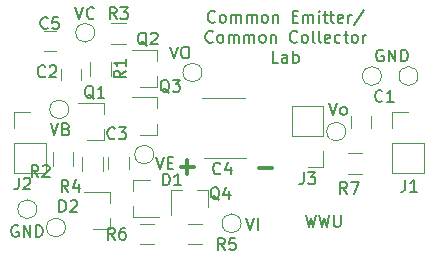
<source format=gbr>
G04 #@! TF.GenerationSoftware,KiCad,Pcbnew,5.0-dev-unknown-997d4de~62~ubuntu17.10.1*
G04 #@! TF.CreationDate,2018-02-23T16:35:03-08:00*
G04 #@! TF.ProjectId,Daughter_Board,44617567687465725F426F6172642E6B,0.1*
G04 #@! TF.SameCoordinates,Original*
G04 #@! TF.FileFunction,Legend,Top*
G04 #@! TF.FilePolarity,Positive*
%FSLAX46Y46*%
G04 Gerber Fmt 4.6, Leading zero omitted, Abs format (unit mm)*
G04 Created by KiCad (PCBNEW 5.0-dev-unknown-997d4de~62~ubuntu17.10.1) date Fri Feb 23 16:35:03 2018*
%MOMM*%
%LPD*%
G01*
G04 APERTURE LIST*
%ADD10C,0.300000*%
%ADD11C,0.200000*%
%ADD12C,0.120000*%
%ADD13C,0.150000*%
G04 APERTURE END LIST*
D10*
X107853571Y-94407142D02*
X108996428Y-94407142D01*
X101253571Y-94332142D02*
X102396428Y-94332142D01*
X101825000Y-94903571D02*
X101825000Y-93760714D01*
D11*
X111851190Y-98377380D02*
X112089285Y-99377380D01*
X112279761Y-98663095D01*
X112470238Y-99377380D01*
X112708333Y-98377380D01*
X112994047Y-98377380D02*
X113232142Y-99377380D01*
X113422619Y-98663095D01*
X113613095Y-99377380D01*
X113851190Y-98377380D01*
X114232142Y-98377380D02*
X114232142Y-99186904D01*
X114279761Y-99282142D01*
X114327380Y-99329761D01*
X114422619Y-99377380D01*
X114613095Y-99377380D01*
X114708333Y-99329761D01*
X114755952Y-99282142D01*
X114803571Y-99186904D01*
X114803571Y-98377380D01*
X104172619Y-82007142D02*
X104125000Y-82054761D01*
X103982142Y-82102380D01*
X103886904Y-82102380D01*
X103744047Y-82054761D01*
X103648809Y-81959523D01*
X103601190Y-81864285D01*
X103553571Y-81673809D01*
X103553571Y-81530952D01*
X103601190Y-81340476D01*
X103648809Y-81245238D01*
X103744047Y-81150000D01*
X103886904Y-81102380D01*
X103982142Y-81102380D01*
X104125000Y-81150000D01*
X104172619Y-81197619D01*
X104744047Y-82102380D02*
X104648809Y-82054761D01*
X104601190Y-82007142D01*
X104553571Y-81911904D01*
X104553571Y-81626190D01*
X104601190Y-81530952D01*
X104648809Y-81483333D01*
X104744047Y-81435714D01*
X104886904Y-81435714D01*
X104982142Y-81483333D01*
X105029761Y-81530952D01*
X105077380Y-81626190D01*
X105077380Y-81911904D01*
X105029761Y-82007142D01*
X104982142Y-82054761D01*
X104886904Y-82102380D01*
X104744047Y-82102380D01*
X105505952Y-82102380D02*
X105505952Y-81435714D01*
X105505952Y-81530952D02*
X105553571Y-81483333D01*
X105648809Y-81435714D01*
X105791666Y-81435714D01*
X105886904Y-81483333D01*
X105934523Y-81578571D01*
X105934523Y-82102380D01*
X105934523Y-81578571D02*
X105982142Y-81483333D01*
X106077380Y-81435714D01*
X106220238Y-81435714D01*
X106315476Y-81483333D01*
X106363095Y-81578571D01*
X106363095Y-82102380D01*
X106839285Y-82102380D02*
X106839285Y-81435714D01*
X106839285Y-81530952D02*
X106886904Y-81483333D01*
X106982142Y-81435714D01*
X107125000Y-81435714D01*
X107220238Y-81483333D01*
X107267857Y-81578571D01*
X107267857Y-82102380D01*
X107267857Y-81578571D02*
X107315476Y-81483333D01*
X107410714Y-81435714D01*
X107553571Y-81435714D01*
X107648809Y-81483333D01*
X107696428Y-81578571D01*
X107696428Y-82102380D01*
X108315476Y-82102380D02*
X108220238Y-82054761D01*
X108172619Y-82007142D01*
X108125000Y-81911904D01*
X108125000Y-81626190D01*
X108172619Y-81530952D01*
X108220238Y-81483333D01*
X108315476Y-81435714D01*
X108458333Y-81435714D01*
X108553571Y-81483333D01*
X108601190Y-81530952D01*
X108648809Y-81626190D01*
X108648809Y-81911904D01*
X108601190Y-82007142D01*
X108553571Y-82054761D01*
X108458333Y-82102380D01*
X108315476Y-82102380D01*
X109077380Y-81435714D02*
X109077380Y-82102380D01*
X109077380Y-81530952D02*
X109125000Y-81483333D01*
X109220238Y-81435714D01*
X109363095Y-81435714D01*
X109458333Y-81483333D01*
X109505952Y-81578571D01*
X109505952Y-82102380D01*
X110744047Y-81578571D02*
X111077380Y-81578571D01*
X111220238Y-82102380D02*
X110744047Y-82102380D01*
X110744047Y-81102380D01*
X111220238Y-81102380D01*
X111648809Y-82102380D02*
X111648809Y-81435714D01*
X111648809Y-81530952D02*
X111696428Y-81483333D01*
X111791666Y-81435714D01*
X111934523Y-81435714D01*
X112029761Y-81483333D01*
X112077380Y-81578571D01*
X112077380Y-82102380D01*
X112077380Y-81578571D02*
X112125000Y-81483333D01*
X112220238Y-81435714D01*
X112363095Y-81435714D01*
X112458333Y-81483333D01*
X112505952Y-81578571D01*
X112505952Y-82102380D01*
X112982142Y-82102380D02*
X112982142Y-81435714D01*
X112982142Y-81102380D02*
X112934523Y-81150000D01*
X112982142Y-81197619D01*
X113029761Y-81150000D01*
X112982142Y-81102380D01*
X112982142Y-81197619D01*
X113315476Y-81435714D02*
X113696428Y-81435714D01*
X113458333Y-81102380D02*
X113458333Y-81959523D01*
X113505952Y-82054761D01*
X113601190Y-82102380D01*
X113696428Y-82102380D01*
X113886904Y-81435714D02*
X114267857Y-81435714D01*
X114029761Y-81102380D02*
X114029761Y-81959523D01*
X114077380Y-82054761D01*
X114172619Y-82102380D01*
X114267857Y-82102380D01*
X114982142Y-82054761D02*
X114886904Y-82102380D01*
X114696428Y-82102380D01*
X114601190Y-82054761D01*
X114553571Y-81959523D01*
X114553571Y-81578571D01*
X114601190Y-81483333D01*
X114696428Y-81435714D01*
X114886904Y-81435714D01*
X114982142Y-81483333D01*
X115029761Y-81578571D01*
X115029761Y-81673809D01*
X114553571Y-81769047D01*
X115458333Y-82102380D02*
X115458333Y-81435714D01*
X115458333Y-81626190D02*
X115505952Y-81530952D01*
X115553571Y-81483333D01*
X115648809Y-81435714D01*
X115744047Y-81435714D01*
X116791666Y-81054761D02*
X115934523Y-82340476D01*
X103982142Y-83707142D02*
X103934523Y-83754761D01*
X103791666Y-83802380D01*
X103696428Y-83802380D01*
X103553571Y-83754761D01*
X103458333Y-83659523D01*
X103410714Y-83564285D01*
X103363095Y-83373809D01*
X103363095Y-83230952D01*
X103410714Y-83040476D01*
X103458333Y-82945238D01*
X103553571Y-82850000D01*
X103696428Y-82802380D01*
X103791666Y-82802380D01*
X103934523Y-82850000D01*
X103982142Y-82897619D01*
X104553571Y-83802380D02*
X104458333Y-83754761D01*
X104410714Y-83707142D01*
X104363095Y-83611904D01*
X104363095Y-83326190D01*
X104410714Y-83230952D01*
X104458333Y-83183333D01*
X104553571Y-83135714D01*
X104696428Y-83135714D01*
X104791666Y-83183333D01*
X104839285Y-83230952D01*
X104886904Y-83326190D01*
X104886904Y-83611904D01*
X104839285Y-83707142D01*
X104791666Y-83754761D01*
X104696428Y-83802380D01*
X104553571Y-83802380D01*
X105315476Y-83802380D02*
X105315476Y-83135714D01*
X105315476Y-83230952D02*
X105363095Y-83183333D01*
X105458333Y-83135714D01*
X105601190Y-83135714D01*
X105696428Y-83183333D01*
X105744047Y-83278571D01*
X105744047Y-83802380D01*
X105744047Y-83278571D02*
X105791666Y-83183333D01*
X105886904Y-83135714D01*
X106029761Y-83135714D01*
X106125000Y-83183333D01*
X106172619Y-83278571D01*
X106172619Y-83802380D01*
X106648809Y-83802380D02*
X106648809Y-83135714D01*
X106648809Y-83230952D02*
X106696428Y-83183333D01*
X106791666Y-83135714D01*
X106934523Y-83135714D01*
X107029761Y-83183333D01*
X107077380Y-83278571D01*
X107077380Y-83802380D01*
X107077380Y-83278571D02*
X107125000Y-83183333D01*
X107220238Y-83135714D01*
X107363095Y-83135714D01*
X107458333Y-83183333D01*
X107505952Y-83278571D01*
X107505952Y-83802380D01*
X108125000Y-83802380D02*
X108029761Y-83754761D01*
X107982142Y-83707142D01*
X107934523Y-83611904D01*
X107934523Y-83326190D01*
X107982142Y-83230952D01*
X108029761Y-83183333D01*
X108125000Y-83135714D01*
X108267857Y-83135714D01*
X108363095Y-83183333D01*
X108410714Y-83230952D01*
X108458333Y-83326190D01*
X108458333Y-83611904D01*
X108410714Y-83707142D01*
X108363095Y-83754761D01*
X108267857Y-83802380D01*
X108125000Y-83802380D01*
X108886904Y-83135714D02*
X108886904Y-83802380D01*
X108886904Y-83230952D02*
X108934523Y-83183333D01*
X109029761Y-83135714D01*
X109172619Y-83135714D01*
X109267857Y-83183333D01*
X109315476Y-83278571D01*
X109315476Y-83802380D01*
X111125000Y-83707142D02*
X111077380Y-83754761D01*
X110934523Y-83802380D01*
X110839285Y-83802380D01*
X110696428Y-83754761D01*
X110601190Y-83659523D01*
X110553571Y-83564285D01*
X110505952Y-83373809D01*
X110505952Y-83230952D01*
X110553571Y-83040476D01*
X110601190Y-82945238D01*
X110696428Y-82850000D01*
X110839285Y-82802380D01*
X110934523Y-82802380D01*
X111077380Y-82850000D01*
X111125000Y-82897619D01*
X111696428Y-83802380D02*
X111601190Y-83754761D01*
X111553571Y-83707142D01*
X111505952Y-83611904D01*
X111505952Y-83326190D01*
X111553571Y-83230952D01*
X111601190Y-83183333D01*
X111696428Y-83135714D01*
X111839285Y-83135714D01*
X111934523Y-83183333D01*
X111982142Y-83230952D01*
X112029761Y-83326190D01*
X112029761Y-83611904D01*
X111982142Y-83707142D01*
X111934523Y-83754761D01*
X111839285Y-83802380D01*
X111696428Y-83802380D01*
X112601190Y-83802380D02*
X112505952Y-83754761D01*
X112458333Y-83659523D01*
X112458333Y-82802380D01*
X113125000Y-83802380D02*
X113029761Y-83754761D01*
X112982142Y-83659523D01*
X112982142Y-82802380D01*
X113886904Y-83754761D02*
X113791666Y-83802380D01*
X113601190Y-83802380D01*
X113505952Y-83754761D01*
X113458333Y-83659523D01*
X113458333Y-83278571D01*
X113505952Y-83183333D01*
X113601190Y-83135714D01*
X113791666Y-83135714D01*
X113886904Y-83183333D01*
X113934523Y-83278571D01*
X113934523Y-83373809D01*
X113458333Y-83469047D01*
X114791666Y-83754761D02*
X114696428Y-83802380D01*
X114505952Y-83802380D01*
X114410714Y-83754761D01*
X114363095Y-83707142D01*
X114315476Y-83611904D01*
X114315476Y-83326190D01*
X114363095Y-83230952D01*
X114410714Y-83183333D01*
X114505952Y-83135714D01*
X114696428Y-83135714D01*
X114791666Y-83183333D01*
X115077380Y-83135714D02*
X115458333Y-83135714D01*
X115220238Y-82802380D02*
X115220238Y-83659523D01*
X115267857Y-83754761D01*
X115363095Y-83802380D01*
X115458333Y-83802380D01*
X115934523Y-83802380D02*
X115839285Y-83754761D01*
X115791666Y-83707142D01*
X115744047Y-83611904D01*
X115744047Y-83326190D01*
X115791666Y-83230952D01*
X115839285Y-83183333D01*
X115934523Y-83135714D01*
X116077380Y-83135714D01*
X116172619Y-83183333D01*
X116220238Y-83230952D01*
X116267857Y-83326190D01*
X116267857Y-83611904D01*
X116220238Y-83707142D01*
X116172619Y-83754761D01*
X116077380Y-83802380D01*
X115934523Y-83802380D01*
X116696428Y-83802380D02*
X116696428Y-83135714D01*
X116696428Y-83326190D02*
X116744047Y-83230952D01*
X116791666Y-83183333D01*
X116886904Y-83135714D01*
X116982142Y-83135714D01*
X109529761Y-85502380D02*
X109053571Y-85502380D01*
X109053571Y-84502380D01*
X110291666Y-85502380D02*
X110291666Y-84978571D01*
X110244047Y-84883333D01*
X110148809Y-84835714D01*
X109958333Y-84835714D01*
X109863095Y-84883333D01*
X110291666Y-85454761D02*
X110196428Y-85502380D01*
X109958333Y-85502380D01*
X109863095Y-85454761D01*
X109815476Y-85359523D01*
X109815476Y-85264285D01*
X109863095Y-85169047D01*
X109958333Y-85121428D01*
X110196428Y-85121428D01*
X110291666Y-85073809D01*
X110767857Y-85502380D02*
X110767857Y-84502380D01*
X110767857Y-84883333D02*
X110863095Y-84835714D01*
X111053571Y-84835714D01*
X111148809Y-84883333D01*
X111196428Y-84930952D01*
X111244047Y-85026190D01*
X111244047Y-85311904D01*
X111196428Y-85407142D01*
X111148809Y-85454761D01*
X111053571Y-85502380D01*
X110863095Y-85502380D01*
X110767857Y-85454761D01*
D12*
X103200000Y-93600000D02*
X106800000Y-93600000D01*
X106700000Y-88500000D02*
X103100000Y-88500000D01*
X115650000Y-90000000D02*
X115650000Y-91000000D01*
X117350000Y-91000000D02*
X117350000Y-90000000D01*
X96850000Y-94500000D02*
X96850000Y-93500000D01*
X95150000Y-93500000D02*
X95150000Y-94500000D01*
X97240000Y-95420000D02*
X98700000Y-95420000D01*
X97240000Y-98580000D02*
X99400000Y-98580000D01*
X97240000Y-98580000D02*
X97240000Y-97650000D01*
X97240000Y-95420000D02*
X97240000Y-96350000D01*
X95260000Y-99580000D02*
X95260000Y-98650000D01*
X95260000Y-96420000D02*
X95260000Y-97350000D01*
X95260000Y-96420000D02*
X93100000Y-96420000D01*
X95260000Y-99580000D02*
X93800000Y-99580000D01*
X119170000Y-89670000D02*
X120500000Y-89670000D01*
X119170000Y-91000000D02*
X119170000Y-89670000D01*
X119170000Y-92270000D02*
X121830000Y-92270000D01*
X121830000Y-92270000D02*
X121830000Y-94870000D01*
X119170000Y-92270000D02*
X119170000Y-94870000D01*
X119170000Y-94870000D02*
X121830000Y-94870000D01*
X87170000Y-89670000D02*
X88500000Y-89670000D01*
X87170000Y-91000000D02*
X87170000Y-89670000D01*
X87170000Y-92270000D02*
X89830000Y-92270000D01*
X89830000Y-92270000D02*
X89830000Y-94870000D01*
X87170000Y-92270000D02*
X87170000Y-94870000D01*
X87170000Y-94870000D02*
X89830000Y-94870000D01*
X113330000Y-89130000D02*
X110670000Y-89130000D01*
X113330000Y-91730000D02*
X113330000Y-89130000D01*
X110670000Y-91730000D02*
X110670000Y-89130000D01*
X113330000Y-91730000D02*
X110670000Y-91730000D01*
X113330000Y-93000000D02*
X113330000Y-94330000D01*
X113330000Y-94330000D02*
X112000000Y-94330000D01*
X94760000Y-92080000D02*
X94760000Y-91150000D01*
X94760000Y-88920000D02*
X94760000Y-89850000D01*
X94760000Y-88920000D02*
X92600000Y-88920000D01*
X94760000Y-92080000D02*
X93300000Y-92080000D01*
X99260000Y-87580000D02*
X97800000Y-87580000D01*
X99260000Y-84420000D02*
X97100000Y-84420000D01*
X99260000Y-84420000D02*
X99260000Y-85350000D01*
X99260000Y-87580000D02*
X99260000Y-86650000D01*
X99260000Y-91580000D02*
X99260000Y-90650000D01*
X99260000Y-88420000D02*
X99260000Y-89350000D01*
X99260000Y-88420000D02*
X97100000Y-88420000D01*
X99260000Y-91580000D02*
X97800000Y-91580000D01*
X103580000Y-96240000D02*
X103580000Y-97700000D01*
X100420000Y-96240000D02*
X100420000Y-98400000D01*
X100420000Y-96240000D02*
X101350000Y-96240000D01*
X103580000Y-96240000D02*
X102650000Y-96240000D01*
X95380000Y-85400000D02*
X95380000Y-86600000D01*
X93620000Y-86600000D02*
X93620000Y-85400000D01*
X90420000Y-94225000D02*
X90420000Y-93025000D01*
X92180000Y-93025000D02*
X92180000Y-94225000D01*
X95400000Y-82120000D02*
X96600000Y-82120000D01*
X96600000Y-83880000D02*
X95400000Y-83880000D01*
X92945000Y-94700000D02*
X92945000Y-93500000D01*
X94705000Y-93500000D02*
X94705000Y-94700000D01*
X103100000Y-100880000D02*
X101900000Y-100880000D01*
X101900000Y-99120000D02*
X103100000Y-99120000D01*
X97825000Y-99120000D02*
X99025000Y-99120000D01*
X99025000Y-100880000D02*
X97825000Y-100880000D01*
X115400000Y-93120000D02*
X116600000Y-93120000D01*
X116600000Y-94880000D02*
X115400000Y-94880000D01*
X92850000Y-87000000D02*
X92850000Y-86000000D01*
X91150000Y-86000000D02*
X91150000Y-87000000D01*
X118253219Y-86625000D02*
G75*
G03X118253219Y-86625000I-803219J0D01*
G01*
X121353219Y-86625000D02*
G75*
G03X121353219Y-86625000I-803219J0D01*
G01*
X91778219Y-89450000D02*
G75*
G03X91778219Y-89450000I-803219J0D01*
G01*
X98978219Y-93275000D02*
G75*
G03X98978219Y-93275000I-803219J0D01*
G01*
X93978219Y-82950000D02*
G75*
G03X93978219Y-82950000I-803219J0D01*
G01*
X106378219Y-99100000D02*
G75*
G03X106378219Y-99100000I-803219J0D01*
G01*
X103053219Y-86325000D02*
G75*
G03X103053219Y-86325000I-803219J0D01*
G01*
X89078219Y-97900000D02*
G75*
G03X89078219Y-97900000I-803219J0D01*
G01*
X91503219Y-99450000D02*
G75*
G03X91503219Y-99450000I-803219J0D01*
G01*
X115228219Y-91325000D02*
G75*
G03X115228219Y-91325000I-803219J0D01*
G01*
X89675000Y-84525000D02*
X90675000Y-84525000D01*
X90675000Y-82825000D02*
X89675000Y-82825000D01*
D13*
X104633333Y-94857142D02*
X104585714Y-94904761D01*
X104442857Y-94952380D01*
X104347619Y-94952380D01*
X104204761Y-94904761D01*
X104109523Y-94809523D01*
X104061904Y-94714285D01*
X104014285Y-94523809D01*
X104014285Y-94380952D01*
X104061904Y-94190476D01*
X104109523Y-94095238D01*
X104204761Y-94000000D01*
X104347619Y-93952380D01*
X104442857Y-93952380D01*
X104585714Y-94000000D01*
X104633333Y-94047619D01*
X105490476Y-94285714D02*
X105490476Y-94952380D01*
X105252380Y-93904761D02*
X105014285Y-94619047D01*
X105633333Y-94619047D01*
X118333333Y-88707142D02*
X118285714Y-88754761D01*
X118142857Y-88802380D01*
X118047619Y-88802380D01*
X117904761Y-88754761D01*
X117809523Y-88659523D01*
X117761904Y-88564285D01*
X117714285Y-88373809D01*
X117714285Y-88230952D01*
X117761904Y-88040476D01*
X117809523Y-87945238D01*
X117904761Y-87850000D01*
X118047619Y-87802380D01*
X118142857Y-87802380D01*
X118285714Y-87850000D01*
X118333333Y-87897619D01*
X119285714Y-88802380D02*
X118714285Y-88802380D01*
X119000000Y-88802380D02*
X119000000Y-87802380D01*
X118904761Y-87945238D01*
X118809523Y-88040476D01*
X118714285Y-88088095D01*
X95683333Y-91882142D02*
X95635714Y-91929761D01*
X95492857Y-91977380D01*
X95397619Y-91977380D01*
X95254761Y-91929761D01*
X95159523Y-91834523D01*
X95111904Y-91739285D01*
X95064285Y-91548809D01*
X95064285Y-91405952D01*
X95111904Y-91215476D01*
X95159523Y-91120238D01*
X95254761Y-91025000D01*
X95397619Y-90977380D01*
X95492857Y-90977380D01*
X95635714Y-91025000D01*
X95683333Y-91072619D01*
X96016666Y-90977380D02*
X96635714Y-90977380D01*
X96302380Y-91358333D01*
X96445238Y-91358333D01*
X96540476Y-91405952D01*
X96588095Y-91453571D01*
X96635714Y-91548809D01*
X96635714Y-91786904D01*
X96588095Y-91882142D01*
X96540476Y-91929761D01*
X96445238Y-91977380D01*
X96159523Y-91977380D01*
X96064285Y-91929761D01*
X96016666Y-91882142D01*
X99761904Y-95877380D02*
X99761904Y-94877380D01*
X100000000Y-94877380D01*
X100142857Y-94925000D01*
X100238095Y-95020238D01*
X100285714Y-95115476D01*
X100333333Y-95305952D01*
X100333333Y-95448809D01*
X100285714Y-95639285D01*
X100238095Y-95734523D01*
X100142857Y-95829761D01*
X100000000Y-95877380D01*
X99761904Y-95877380D01*
X101285714Y-95877380D02*
X100714285Y-95877380D01*
X101000000Y-95877380D02*
X101000000Y-94877380D01*
X100904761Y-95020238D01*
X100809523Y-95115476D01*
X100714285Y-95163095D01*
X90986904Y-98127380D02*
X90986904Y-97127380D01*
X91225000Y-97127380D01*
X91367857Y-97175000D01*
X91463095Y-97270238D01*
X91510714Y-97365476D01*
X91558333Y-97555952D01*
X91558333Y-97698809D01*
X91510714Y-97889285D01*
X91463095Y-97984523D01*
X91367857Y-98079761D01*
X91225000Y-98127380D01*
X90986904Y-98127380D01*
X91939285Y-97222619D02*
X91986904Y-97175000D01*
X92082142Y-97127380D01*
X92320238Y-97127380D01*
X92415476Y-97175000D01*
X92463095Y-97222619D01*
X92510714Y-97317857D01*
X92510714Y-97413095D01*
X92463095Y-97555952D01*
X91891666Y-98127380D01*
X92510714Y-98127380D01*
X120266666Y-95402380D02*
X120266666Y-96116666D01*
X120219047Y-96259523D01*
X120123809Y-96354761D01*
X119980952Y-96402380D01*
X119885714Y-96402380D01*
X121266666Y-96402380D02*
X120695238Y-96402380D01*
X120980952Y-96402380D02*
X120980952Y-95402380D01*
X120885714Y-95545238D01*
X120790476Y-95640476D01*
X120695238Y-95688095D01*
X87541666Y-95217380D02*
X87541666Y-95931666D01*
X87494047Y-96074523D01*
X87398809Y-96169761D01*
X87255952Y-96217380D01*
X87160714Y-96217380D01*
X87970238Y-95312619D02*
X88017857Y-95265000D01*
X88113095Y-95217380D01*
X88351190Y-95217380D01*
X88446428Y-95265000D01*
X88494047Y-95312619D01*
X88541666Y-95407857D01*
X88541666Y-95503095D01*
X88494047Y-95645952D01*
X87922619Y-96217380D01*
X88541666Y-96217380D01*
X111666666Y-94782380D02*
X111666666Y-95496666D01*
X111619047Y-95639523D01*
X111523809Y-95734761D01*
X111380952Y-95782380D01*
X111285714Y-95782380D01*
X112047619Y-94782380D02*
X112666666Y-94782380D01*
X112333333Y-95163333D01*
X112476190Y-95163333D01*
X112571428Y-95210952D01*
X112619047Y-95258571D01*
X112666666Y-95353809D01*
X112666666Y-95591904D01*
X112619047Y-95687142D01*
X112571428Y-95734761D01*
X112476190Y-95782380D01*
X112190476Y-95782380D01*
X112095238Y-95734761D01*
X112047619Y-95687142D01*
X93904761Y-88547619D02*
X93809523Y-88500000D01*
X93714285Y-88404761D01*
X93571428Y-88261904D01*
X93476190Y-88214285D01*
X93380952Y-88214285D01*
X93428571Y-88452380D02*
X93333333Y-88404761D01*
X93238095Y-88309523D01*
X93190476Y-88119047D01*
X93190476Y-87785714D01*
X93238095Y-87595238D01*
X93333333Y-87500000D01*
X93428571Y-87452380D01*
X93619047Y-87452380D01*
X93714285Y-87500000D01*
X93809523Y-87595238D01*
X93857142Y-87785714D01*
X93857142Y-88119047D01*
X93809523Y-88309523D01*
X93714285Y-88404761D01*
X93619047Y-88452380D01*
X93428571Y-88452380D01*
X94809523Y-88452380D02*
X94238095Y-88452380D01*
X94523809Y-88452380D02*
X94523809Y-87452380D01*
X94428571Y-87595238D01*
X94333333Y-87690476D01*
X94238095Y-87738095D01*
X98404761Y-84047619D02*
X98309523Y-84000000D01*
X98214285Y-83904761D01*
X98071428Y-83761904D01*
X97976190Y-83714285D01*
X97880952Y-83714285D01*
X97928571Y-83952380D02*
X97833333Y-83904761D01*
X97738095Y-83809523D01*
X97690476Y-83619047D01*
X97690476Y-83285714D01*
X97738095Y-83095238D01*
X97833333Y-83000000D01*
X97928571Y-82952380D01*
X98119047Y-82952380D01*
X98214285Y-83000000D01*
X98309523Y-83095238D01*
X98357142Y-83285714D01*
X98357142Y-83619047D01*
X98309523Y-83809523D01*
X98214285Y-83904761D01*
X98119047Y-83952380D01*
X97928571Y-83952380D01*
X98738095Y-83047619D02*
X98785714Y-83000000D01*
X98880952Y-82952380D01*
X99119047Y-82952380D01*
X99214285Y-83000000D01*
X99261904Y-83047619D01*
X99309523Y-83142857D01*
X99309523Y-83238095D01*
X99261904Y-83380952D01*
X98690476Y-83952380D01*
X99309523Y-83952380D01*
X100304761Y-88047619D02*
X100209523Y-88000000D01*
X100114285Y-87904761D01*
X99971428Y-87761904D01*
X99876190Y-87714285D01*
X99780952Y-87714285D01*
X99828571Y-87952380D02*
X99733333Y-87904761D01*
X99638095Y-87809523D01*
X99590476Y-87619047D01*
X99590476Y-87285714D01*
X99638095Y-87095238D01*
X99733333Y-87000000D01*
X99828571Y-86952380D01*
X100019047Y-86952380D01*
X100114285Y-87000000D01*
X100209523Y-87095238D01*
X100257142Y-87285714D01*
X100257142Y-87619047D01*
X100209523Y-87809523D01*
X100114285Y-87904761D01*
X100019047Y-87952380D01*
X99828571Y-87952380D01*
X100590476Y-86952380D02*
X101209523Y-86952380D01*
X100876190Y-87333333D01*
X101019047Y-87333333D01*
X101114285Y-87380952D01*
X101161904Y-87428571D01*
X101209523Y-87523809D01*
X101209523Y-87761904D01*
X101161904Y-87857142D01*
X101114285Y-87904761D01*
X101019047Y-87952380D01*
X100733333Y-87952380D01*
X100638095Y-87904761D01*
X100590476Y-87857142D01*
X104529761Y-97122619D02*
X104434523Y-97075000D01*
X104339285Y-96979761D01*
X104196428Y-96836904D01*
X104101190Y-96789285D01*
X104005952Y-96789285D01*
X104053571Y-97027380D02*
X103958333Y-96979761D01*
X103863095Y-96884523D01*
X103815476Y-96694047D01*
X103815476Y-96360714D01*
X103863095Y-96170238D01*
X103958333Y-96075000D01*
X104053571Y-96027380D01*
X104244047Y-96027380D01*
X104339285Y-96075000D01*
X104434523Y-96170238D01*
X104482142Y-96360714D01*
X104482142Y-96694047D01*
X104434523Y-96884523D01*
X104339285Y-96979761D01*
X104244047Y-97027380D01*
X104053571Y-97027380D01*
X105339285Y-96360714D02*
X105339285Y-97027380D01*
X105101190Y-95979761D02*
X104863095Y-96694047D01*
X105482142Y-96694047D01*
X96602380Y-86166666D02*
X96126190Y-86500000D01*
X96602380Y-86738095D02*
X95602380Y-86738095D01*
X95602380Y-86357142D01*
X95650000Y-86261904D01*
X95697619Y-86214285D01*
X95792857Y-86166666D01*
X95935714Y-86166666D01*
X96030952Y-86214285D01*
X96078571Y-86261904D01*
X96126190Y-86357142D01*
X96126190Y-86738095D01*
X96602380Y-85214285D02*
X96602380Y-85785714D01*
X96602380Y-85500000D02*
X95602380Y-85500000D01*
X95745238Y-85595238D01*
X95840476Y-85690476D01*
X95888095Y-85785714D01*
X89208333Y-95177380D02*
X88875000Y-94701190D01*
X88636904Y-95177380D02*
X88636904Y-94177380D01*
X89017857Y-94177380D01*
X89113095Y-94225000D01*
X89160714Y-94272619D01*
X89208333Y-94367857D01*
X89208333Y-94510714D01*
X89160714Y-94605952D01*
X89113095Y-94653571D01*
X89017857Y-94701190D01*
X88636904Y-94701190D01*
X89589285Y-94272619D02*
X89636904Y-94225000D01*
X89732142Y-94177380D01*
X89970238Y-94177380D01*
X90065476Y-94225000D01*
X90113095Y-94272619D01*
X90160714Y-94367857D01*
X90160714Y-94463095D01*
X90113095Y-94605952D01*
X89541666Y-95177380D01*
X90160714Y-95177380D01*
X95833333Y-81802380D02*
X95500000Y-81326190D01*
X95261904Y-81802380D02*
X95261904Y-80802380D01*
X95642857Y-80802380D01*
X95738095Y-80850000D01*
X95785714Y-80897619D01*
X95833333Y-80992857D01*
X95833333Y-81135714D01*
X95785714Y-81230952D01*
X95738095Y-81278571D01*
X95642857Y-81326190D01*
X95261904Y-81326190D01*
X96166666Y-80802380D02*
X96785714Y-80802380D01*
X96452380Y-81183333D01*
X96595238Y-81183333D01*
X96690476Y-81230952D01*
X96738095Y-81278571D01*
X96785714Y-81373809D01*
X96785714Y-81611904D01*
X96738095Y-81707142D01*
X96690476Y-81754761D01*
X96595238Y-81802380D01*
X96309523Y-81802380D01*
X96214285Y-81754761D01*
X96166666Y-81707142D01*
X91758333Y-96427380D02*
X91425000Y-95951190D01*
X91186904Y-96427380D02*
X91186904Y-95427380D01*
X91567857Y-95427380D01*
X91663095Y-95475000D01*
X91710714Y-95522619D01*
X91758333Y-95617857D01*
X91758333Y-95760714D01*
X91710714Y-95855952D01*
X91663095Y-95903571D01*
X91567857Y-95951190D01*
X91186904Y-95951190D01*
X92615476Y-95760714D02*
X92615476Y-96427380D01*
X92377380Y-95379761D02*
X92139285Y-96094047D01*
X92758333Y-96094047D01*
X104983333Y-101352380D02*
X104650000Y-100876190D01*
X104411904Y-101352380D02*
X104411904Y-100352380D01*
X104792857Y-100352380D01*
X104888095Y-100400000D01*
X104935714Y-100447619D01*
X104983333Y-100542857D01*
X104983333Y-100685714D01*
X104935714Y-100780952D01*
X104888095Y-100828571D01*
X104792857Y-100876190D01*
X104411904Y-100876190D01*
X105888095Y-100352380D02*
X105411904Y-100352380D01*
X105364285Y-100828571D01*
X105411904Y-100780952D01*
X105507142Y-100733333D01*
X105745238Y-100733333D01*
X105840476Y-100780952D01*
X105888095Y-100828571D01*
X105935714Y-100923809D01*
X105935714Y-101161904D01*
X105888095Y-101257142D01*
X105840476Y-101304761D01*
X105745238Y-101352380D01*
X105507142Y-101352380D01*
X105411904Y-101304761D01*
X105364285Y-101257142D01*
X95683333Y-100477380D02*
X95350000Y-100001190D01*
X95111904Y-100477380D02*
X95111904Y-99477380D01*
X95492857Y-99477380D01*
X95588095Y-99525000D01*
X95635714Y-99572619D01*
X95683333Y-99667857D01*
X95683333Y-99810714D01*
X95635714Y-99905952D01*
X95588095Y-99953571D01*
X95492857Y-100001190D01*
X95111904Y-100001190D01*
X96540476Y-99477380D02*
X96350000Y-99477380D01*
X96254761Y-99525000D01*
X96207142Y-99572619D01*
X96111904Y-99715476D01*
X96064285Y-99905952D01*
X96064285Y-100286904D01*
X96111904Y-100382142D01*
X96159523Y-100429761D01*
X96254761Y-100477380D01*
X96445238Y-100477380D01*
X96540476Y-100429761D01*
X96588095Y-100382142D01*
X96635714Y-100286904D01*
X96635714Y-100048809D01*
X96588095Y-99953571D01*
X96540476Y-99905952D01*
X96445238Y-99858333D01*
X96254761Y-99858333D01*
X96159523Y-99905952D01*
X96111904Y-99953571D01*
X96064285Y-100048809D01*
X115333333Y-96602380D02*
X115000000Y-96126190D01*
X114761904Y-96602380D02*
X114761904Y-95602380D01*
X115142857Y-95602380D01*
X115238095Y-95650000D01*
X115285714Y-95697619D01*
X115333333Y-95792857D01*
X115333333Y-95935714D01*
X115285714Y-96030952D01*
X115238095Y-96078571D01*
X115142857Y-96126190D01*
X114761904Y-96126190D01*
X115666666Y-95602380D02*
X116333333Y-95602380D01*
X115904761Y-96602380D01*
X89783333Y-86632142D02*
X89735714Y-86679761D01*
X89592857Y-86727380D01*
X89497619Y-86727380D01*
X89354761Y-86679761D01*
X89259523Y-86584523D01*
X89211904Y-86489285D01*
X89164285Y-86298809D01*
X89164285Y-86155952D01*
X89211904Y-85965476D01*
X89259523Y-85870238D01*
X89354761Y-85775000D01*
X89497619Y-85727380D01*
X89592857Y-85727380D01*
X89735714Y-85775000D01*
X89783333Y-85822619D01*
X90164285Y-85822619D02*
X90211904Y-85775000D01*
X90307142Y-85727380D01*
X90545238Y-85727380D01*
X90640476Y-85775000D01*
X90688095Y-85822619D01*
X90735714Y-85917857D01*
X90735714Y-86013095D01*
X90688095Y-86155952D01*
X90116666Y-86727380D01*
X90735714Y-86727380D01*
X118388095Y-84425000D02*
X118292857Y-84377380D01*
X118150000Y-84377380D01*
X118007142Y-84425000D01*
X117911904Y-84520238D01*
X117864285Y-84615476D01*
X117816666Y-84805952D01*
X117816666Y-84948809D01*
X117864285Y-85139285D01*
X117911904Y-85234523D01*
X118007142Y-85329761D01*
X118150000Y-85377380D01*
X118245238Y-85377380D01*
X118388095Y-85329761D01*
X118435714Y-85282142D01*
X118435714Y-84948809D01*
X118245238Y-84948809D01*
X118864285Y-85377380D02*
X118864285Y-84377380D01*
X119435714Y-85377380D01*
X119435714Y-84377380D01*
X119911904Y-85377380D02*
X119911904Y-84377380D01*
X120150000Y-84377380D01*
X120292857Y-84425000D01*
X120388095Y-84520238D01*
X120435714Y-84615476D01*
X120483333Y-84805952D01*
X120483333Y-84948809D01*
X120435714Y-85139285D01*
X120388095Y-85234523D01*
X120292857Y-85329761D01*
X120150000Y-85377380D01*
X119911904Y-85377380D01*
X90241666Y-90627380D02*
X90575000Y-91627380D01*
X90908333Y-90627380D01*
X91575000Y-91103571D02*
X91717857Y-91151190D01*
X91765476Y-91198809D01*
X91813095Y-91294047D01*
X91813095Y-91436904D01*
X91765476Y-91532142D01*
X91717857Y-91579761D01*
X91622619Y-91627380D01*
X91241666Y-91627380D01*
X91241666Y-90627380D01*
X91575000Y-90627380D01*
X91670238Y-90675000D01*
X91717857Y-90722619D01*
X91765476Y-90817857D01*
X91765476Y-90913095D01*
X91717857Y-91008333D01*
X91670238Y-91055952D01*
X91575000Y-91103571D01*
X91241666Y-91103571D01*
X99164285Y-93502380D02*
X99497619Y-94502380D01*
X99830952Y-93502380D01*
X100164285Y-93978571D02*
X100497619Y-93978571D01*
X100640476Y-94502380D02*
X100164285Y-94502380D01*
X100164285Y-93502380D01*
X100640476Y-93502380D01*
X92341666Y-80802380D02*
X92675000Y-81802380D01*
X93008333Y-80802380D01*
X93913095Y-81707142D02*
X93865476Y-81754761D01*
X93722619Y-81802380D01*
X93627380Y-81802380D01*
X93484523Y-81754761D01*
X93389285Y-81659523D01*
X93341666Y-81564285D01*
X93294047Y-81373809D01*
X93294047Y-81230952D01*
X93341666Y-81040476D01*
X93389285Y-80945238D01*
X93484523Y-80850000D01*
X93627380Y-80802380D01*
X93722619Y-80802380D01*
X93865476Y-80850000D01*
X93913095Y-80897619D01*
X106778571Y-98652380D02*
X107111904Y-99652380D01*
X107445238Y-98652380D01*
X107778571Y-99652380D02*
X107778571Y-98652380D01*
X100367857Y-84127380D02*
X100701190Y-85127380D01*
X101034523Y-84127380D01*
X101558333Y-84127380D02*
X101748809Y-84127380D01*
X101844047Y-84175000D01*
X101939285Y-84270238D01*
X101986904Y-84460714D01*
X101986904Y-84794047D01*
X101939285Y-84984523D01*
X101844047Y-85079761D01*
X101748809Y-85127380D01*
X101558333Y-85127380D01*
X101463095Y-85079761D01*
X101367857Y-84984523D01*
X101320238Y-84794047D01*
X101320238Y-84460714D01*
X101367857Y-84270238D01*
X101463095Y-84175000D01*
X101558333Y-84127380D01*
X87488095Y-99300000D02*
X87392857Y-99252380D01*
X87250000Y-99252380D01*
X87107142Y-99300000D01*
X87011904Y-99395238D01*
X86964285Y-99490476D01*
X86916666Y-99680952D01*
X86916666Y-99823809D01*
X86964285Y-100014285D01*
X87011904Y-100109523D01*
X87107142Y-100204761D01*
X87250000Y-100252380D01*
X87345238Y-100252380D01*
X87488095Y-100204761D01*
X87535714Y-100157142D01*
X87535714Y-99823809D01*
X87345238Y-99823809D01*
X87964285Y-100252380D02*
X87964285Y-99252380D01*
X88535714Y-100252380D01*
X88535714Y-99252380D01*
X89011904Y-100252380D02*
X89011904Y-99252380D01*
X89250000Y-99252380D01*
X89392857Y-99300000D01*
X89488095Y-99395238D01*
X89535714Y-99490476D01*
X89583333Y-99680952D01*
X89583333Y-99823809D01*
X89535714Y-100014285D01*
X89488095Y-100109523D01*
X89392857Y-100204761D01*
X89250000Y-100252380D01*
X89011904Y-100252380D01*
X113839285Y-88902380D02*
X114172619Y-89902380D01*
X114505952Y-88902380D01*
X114982142Y-89902380D02*
X114886904Y-89854761D01*
X114839285Y-89807142D01*
X114791666Y-89711904D01*
X114791666Y-89426190D01*
X114839285Y-89330952D01*
X114886904Y-89283333D01*
X114982142Y-89235714D01*
X115125000Y-89235714D01*
X115220238Y-89283333D01*
X115267857Y-89330952D01*
X115315476Y-89426190D01*
X115315476Y-89711904D01*
X115267857Y-89807142D01*
X115220238Y-89854761D01*
X115125000Y-89902380D01*
X114982142Y-89902380D01*
X90008333Y-82532142D02*
X89960714Y-82579761D01*
X89817857Y-82627380D01*
X89722619Y-82627380D01*
X89579761Y-82579761D01*
X89484523Y-82484523D01*
X89436904Y-82389285D01*
X89389285Y-82198809D01*
X89389285Y-82055952D01*
X89436904Y-81865476D01*
X89484523Y-81770238D01*
X89579761Y-81675000D01*
X89722619Y-81627380D01*
X89817857Y-81627380D01*
X89960714Y-81675000D01*
X90008333Y-81722619D01*
X90913095Y-81627380D02*
X90436904Y-81627380D01*
X90389285Y-82103571D01*
X90436904Y-82055952D01*
X90532142Y-82008333D01*
X90770238Y-82008333D01*
X90865476Y-82055952D01*
X90913095Y-82103571D01*
X90960714Y-82198809D01*
X90960714Y-82436904D01*
X90913095Y-82532142D01*
X90865476Y-82579761D01*
X90770238Y-82627380D01*
X90532142Y-82627380D01*
X90436904Y-82579761D01*
X90389285Y-82532142D01*
M02*

</source>
